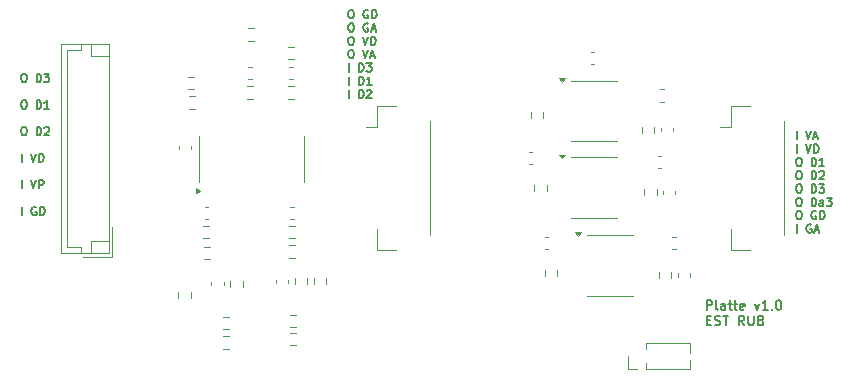
<source format=gbr>
%TF.GenerationSoftware,KiCad,Pcbnew,8.0.4*%
%TF.CreationDate,2024-11-05T13:43:52+01:00*%
%TF.ProjectId,Nutzen,4e75747a-656e-42e6-9b69-6361645f7063,rev?*%
%TF.SameCoordinates,PX791ddc0PY78a3ca0*%
%TF.FileFunction,Legend,Top*%
%TF.FilePolarity,Positive*%
%FSLAX46Y46*%
G04 Gerber Fmt 4.6, Leading zero omitted, Abs format (unit mm)*
G04 Created by KiCad (PCBNEW 8.0.4) date 2024-11-05 13:43:52*
%MOMM*%
%LPD*%
G01*
G04 APERTURE LIST*
%ADD10C,0.150000*%
%ADD11C,0.175000*%
%ADD12C,0.200000*%
%ADD13C,0.120000*%
G04 APERTURE END LIST*
D10*
X28298684Y30255233D02*
X28432017Y30255233D01*
X28432017Y30255233D02*
X28498684Y30221900D01*
X28498684Y30221900D02*
X28565350Y30155233D01*
X28565350Y30155233D02*
X28598684Y30021900D01*
X28598684Y30021900D02*
X28598684Y29788566D01*
X28598684Y29788566D02*
X28565350Y29655233D01*
X28565350Y29655233D02*
X28498684Y29588566D01*
X28498684Y29588566D02*
X28432017Y29555233D01*
X28432017Y29555233D02*
X28298684Y29555233D01*
X28298684Y29555233D02*
X28232017Y29588566D01*
X28232017Y29588566D02*
X28165350Y29655233D01*
X28165350Y29655233D02*
X28132017Y29788566D01*
X28132017Y29788566D02*
X28132017Y30021900D01*
X28132017Y30021900D02*
X28165350Y30155233D01*
X28165350Y30155233D02*
X28232017Y30221900D01*
X28232017Y30221900D02*
X28298684Y30255233D01*
X29798683Y30221900D02*
X29732016Y30255233D01*
X29732016Y30255233D02*
X29632016Y30255233D01*
X29632016Y30255233D02*
X29532016Y30221900D01*
X29532016Y30221900D02*
X29465350Y30155233D01*
X29465350Y30155233D02*
X29432016Y30088566D01*
X29432016Y30088566D02*
X29398683Y29955233D01*
X29398683Y29955233D02*
X29398683Y29855233D01*
X29398683Y29855233D02*
X29432016Y29721900D01*
X29432016Y29721900D02*
X29465350Y29655233D01*
X29465350Y29655233D02*
X29532016Y29588566D01*
X29532016Y29588566D02*
X29632016Y29555233D01*
X29632016Y29555233D02*
X29698683Y29555233D01*
X29698683Y29555233D02*
X29798683Y29588566D01*
X29798683Y29588566D02*
X29832016Y29621900D01*
X29832016Y29621900D02*
X29832016Y29855233D01*
X29832016Y29855233D02*
X29698683Y29855233D01*
X30132016Y29555233D02*
X30132016Y30255233D01*
X30132016Y30255233D02*
X30298683Y30255233D01*
X30298683Y30255233D02*
X30398683Y30221900D01*
X30398683Y30221900D02*
X30465350Y30155233D01*
X30465350Y30155233D02*
X30498683Y30088566D01*
X30498683Y30088566D02*
X30532016Y29955233D01*
X30532016Y29955233D02*
X30532016Y29855233D01*
X30532016Y29855233D02*
X30498683Y29721900D01*
X30498683Y29721900D02*
X30465350Y29655233D01*
X30465350Y29655233D02*
X30398683Y29588566D01*
X30398683Y29588566D02*
X30298683Y29555233D01*
X30298683Y29555233D02*
X30132016Y29555233D01*
X28298684Y29128272D02*
X28432017Y29128272D01*
X28432017Y29128272D02*
X28498684Y29094939D01*
X28498684Y29094939D02*
X28565350Y29028272D01*
X28565350Y29028272D02*
X28598684Y28894939D01*
X28598684Y28894939D02*
X28598684Y28661605D01*
X28598684Y28661605D02*
X28565350Y28528272D01*
X28565350Y28528272D02*
X28498684Y28461605D01*
X28498684Y28461605D02*
X28432017Y28428272D01*
X28432017Y28428272D02*
X28298684Y28428272D01*
X28298684Y28428272D02*
X28232017Y28461605D01*
X28232017Y28461605D02*
X28165350Y28528272D01*
X28165350Y28528272D02*
X28132017Y28661605D01*
X28132017Y28661605D02*
X28132017Y28894939D01*
X28132017Y28894939D02*
X28165350Y29028272D01*
X28165350Y29028272D02*
X28232017Y29094939D01*
X28232017Y29094939D02*
X28298684Y29128272D01*
X29798683Y29094939D02*
X29732016Y29128272D01*
X29732016Y29128272D02*
X29632016Y29128272D01*
X29632016Y29128272D02*
X29532016Y29094939D01*
X29532016Y29094939D02*
X29465350Y29028272D01*
X29465350Y29028272D02*
X29432016Y28961605D01*
X29432016Y28961605D02*
X29398683Y28828272D01*
X29398683Y28828272D02*
X29398683Y28728272D01*
X29398683Y28728272D02*
X29432016Y28594939D01*
X29432016Y28594939D02*
X29465350Y28528272D01*
X29465350Y28528272D02*
X29532016Y28461605D01*
X29532016Y28461605D02*
X29632016Y28428272D01*
X29632016Y28428272D02*
X29698683Y28428272D01*
X29698683Y28428272D02*
X29798683Y28461605D01*
X29798683Y28461605D02*
X29832016Y28494939D01*
X29832016Y28494939D02*
X29832016Y28728272D01*
X29832016Y28728272D02*
X29698683Y28728272D01*
X30098683Y28628272D02*
X30432016Y28628272D01*
X30032016Y28428272D02*
X30265350Y29128272D01*
X30265350Y29128272D02*
X30498683Y28428272D01*
X28298684Y28001311D02*
X28432017Y28001311D01*
X28432017Y28001311D02*
X28498684Y27967978D01*
X28498684Y27967978D02*
X28565350Y27901311D01*
X28565350Y27901311D02*
X28598684Y27767978D01*
X28598684Y27767978D02*
X28598684Y27534644D01*
X28598684Y27534644D02*
X28565350Y27401311D01*
X28565350Y27401311D02*
X28498684Y27334644D01*
X28498684Y27334644D02*
X28432017Y27301311D01*
X28432017Y27301311D02*
X28298684Y27301311D01*
X28298684Y27301311D02*
X28232017Y27334644D01*
X28232017Y27334644D02*
X28165350Y27401311D01*
X28165350Y27401311D02*
X28132017Y27534644D01*
X28132017Y27534644D02*
X28132017Y27767978D01*
X28132017Y27767978D02*
X28165350Y27901311D01*
X28165350Y27901311D02*
X28232017Y27967978D01*
X28232017Y27967978D02*
X28298684Y28001311D01*
X29332016Y28001311D02*
X29565350Y27301311D01*
X29565350Y27301311D02*
X29798683Y28001311D01*
X30032016Y27301311D02*
X30032016Y28001311D01*
X30032016Y28001311D02*
X30198683Y28001311D01*
X30198683Y28001311D02*
X30298683Y27967978D01*
X30298683Y27967978D02*
X30365350Y27901311D01*
X30365350Y27901311D02*
X30398683Y27834644D01*
X30398683Y27834644D02*
X30432016Y27701311D01*
X30432016Y27701311D02*
X30432016Y27601311D01*
X30432016Y27601311D02*
X30398683Y27467978D01*
X30398683Y27467978D02*
X30365350Y27401311D01*
X30365350Y27401311D02*
X30298683Y27334644D01*
X30298683Y27334644D02*
X30198683Y27301311D01*
X30198683Y27301311D02*
X30032016Y27301311D01*
X28298684Y26874350D02*
X28432017Y26874350D01*
X28432017Y26874350D02*
X28498684Y26841017D01*
X28498684Y26841017D02*
X28565350Y26774350D01*
X28565350Y26774350D02*
X28598684Y26641017D01*
X28598684Y26641017D02*
X28598684Y26407683D01*
X28598684Y26407683D02*
X28565350Y26274350D01*
X28565350Y26274350D02*
X28498684Y26207683D01*
X28498684Y26207683D02*
X28432017Y26174350D01*
X28432017Y26174350D02*
X28298684Y26174350D01*
X28298684Y26174350D02*
X28232017Y26207683D01*
X28232017Y26207683D02*
X28165350Y26274350D01*
X28165350Y26274350D02*
X28132017Y26407683D01*
X28132017Y26407683D02*
X28132017Y26641017D01*
X28132017Y26641017D02*
X28165350Y26774350D01*
X28165350Y26774350D02*
X28232017Y26841017D01*
X28232017Y26841017D02*
X28298684Y26874350D01*
X29332016Y26874350D02*
X29565350Y26174350D01*
X29565350Y26174350D02*
X29798683Y26874350D01*
X29998683Y26374350D02*
X30332016Y26374350D01*
X29932016Y26174350D02*
X30165350Y26874350D01*
X30165350Y26874350D02*
X30398683Y26174350D01*
X28165350Y25047389D02*
X28165350Y25747389D01*
X29032016Y25047389D02*
X29032016Y25747389D01*
X29032016Y25747389D02*
X29198683Y25747389D01*
X29198683Y25747389D02*
X29298683Y25714056D01*
X29298683Y25714056D02*
X29365350Y25647389D01*
X29365350Y25647389D02*
X29398683Y25580722D01*
X29398683Y25580722D02*
X29432016Y25447389D01*
X29432016Y25447389D02*
X29432016Y25347389D01*
X29432016Y25347389D02*
X29398683Y25214056D01*
X29398683Y25214056D02*
X29365350Y25147389D01*
X29365350Y25147389D02*
X29298683Y25080722D01*
X29298683Y25080722D02*
X29198683Y25047389D01*
X29198683Y25047389D02*
X29032016Y25047389D01*
X29665350Y25747389D02*
X30098683Y25747389D01*
X30098683Y25747389D02*
X29865350Y25480722D01*
X29865350Y25480722D02*
X29965350Y25480722D01*
X29965350Y25480722D02*
X30032016Y25447389D01*
X30032016Y25447389D02*
X30065350Y25414056D01*
X30065350Y25414056D02*
X30098683Y25347389D01*
X30098683Y25347389D02*
X30098683Y25180722D01*
X30098683Y25180722D02*
X30065350Y25114056D01*
X30065350Y25114056D02*
X30032016Y25080722D01*
X30032016Y25080722D02*
X29965350Y25047389D01*
X29965350Y25047389D02*
X29765350Y25047389D01*
X29765350Y25047389D02*
X29698683Y25080722D01*
X29698683Y25080722D02*
X29665350Y25114056D01*
X28165350Y23920428D02*
X28165350Y24620428D01*
X29032016Y23920428D02*
X29032016Y24620428D01*
X29032016Y24620428D02*
X29198683Y24620428D01*
X29198683Y24620428D02*
X29298683Y24587095D01*
X29298683Y24587095D02*
X29365350Y24520428D01*
X29365350Y24520428D02*
X29398683Y24453761D01*
X29398683Y24453761D02*
X29432016Y24320428D01*
X29432016Y24320428D02*
X29432016Y24220428D01*
X29432016Y24220428D02*
X29398683Y24087095D01*
X29398683Y24087095D02*
X29365350Y24020428D01*
X29365350Y24020428D02*
X29298683Y23953761D01*
X29298683Y23953761D02*
X29198683Y23920428D01*
X29198683Y23920428D02*
X29032016Y23920428D01*
X30098683Y23920428D02*
X29698683Y23920428D01*
X29898683Y23920428D02*
X29898683Y24620428D01*
X29898683Y24620428D02*
X29832016Y24520428D01*
X29832016Y24520428D02*
X29765350Y24453761D01*
X29765350Y24453761D02*
X29698683Y24420428D01*
X28165350Y22793467D02*
X28165350Y23493467D01*
X29032016Y22793467D02*
X29032016Y23493467D01*
X29032016Y23493467D02*
X29198683Y23493467D01*
X29198683Y23493467D02*
X29298683Y23460134D01*
X29298683Y23460134D02*
X29365350Y23393467D01*
X29365350Y23393467D02*
X29398683Y23326800D01*
X29398683Y23326800D02*
X29432016Y23193467D01*
X29432016Y23193467D02*
X29432016Y23093467D01*
X29432016Y23093467D02*
X29398683Y22960134D01*
X29398683Y22960134D02*
X29365350Y22893467D01*
X29365350Y22893467D02*
X29298683Y22826800D01*
X29298683Y22826800D02*
X29198683Y22793467D01*
X29198683Y22793467D02*
X29032016Y22793467D01*
X29698683Y23426800D02*
X29732016Y23460134D01*
X29732016Y23460134D02*
X29798683Y23493467D01*
X29798683Y23493467D02*
X29965350Y23493467D01*
X29965350Y23493467D02*
X30032016Y23460134D01*
X30032016Y23460134D02*
X30065350Y23426800D01*
X30065350Y23426800D02*
X30098683Y23360134D01*
X30098683Y23360134D02*
X30098683Y23293467D01*
X30098683Y23293467D02*
X30065350Y23193467D01*
X30065350Y23193467D02*
X29665350Y22793467D01*
X29665350Y22793467D02*
X30098683Y22793467D01*
X598684Y24863077D02*
X732017Y24863077D01*
X732017Y24863077D02*
X798684Y24829744D01*
X798684Y24829744D02*
X865350Y24763077D01*
X865350Y24763077D02*
X898684Y24629744D01*
X898684Y24629744D02*
X898684Y24396410D01*
X898684Y24396410D02*
X865350Y24263077D01*
X865350Y24263077D02*
X798684Y24196410D01*
X798684Y24196410D02*
X732017Y24163077D01*
X732017Y24163077D02*
X598684Y24163077D01*
X598684Y24163077D02*
X532017Y24196410D01*
X532017Y24196410D02*
X465350Y24263077D01*
X465350Y24263077D02*
X432017Y24396410D01*
X432017Y24396410D02*
X432017Y24629744D01*
X432017Y24629744D02*
X465350Y24763077D01*
X465350Y24763077D02*
X532017Y24829744D01*
X532017Y24829744D02*
X598684Y24863077D01*
X1732016Y24163077D02*
X1732016Y24863077D01*
X1732016Y24863077D02*
X1898683Y24863077D01*
X1898683Y24863077D02*
X1998683Y24829744D01*
X1998683Y24829744D02*
X2065350Y24763077D01*
X2065350Y24763077D02*
X2098683Y24696410D01*
X2098683Y24696410D02*
X2132016Y24563077D01*
X2132016Y24563077D02*
X2132016Y24463077D01*
X2132016Y24463077D02*
X2098683Y24329744D01*
X2098683Y24329744D02*
X2065350Y24263077D01*
X2065350Y24263077D02*
X1998683Y24196410D01*
X1998683Y24196410D02*
X1898683Y24163077D01*
X1898683Y24163077D02*
X1732016Y24163077D01*
X2365350Y24863077D02*
X2798683Y24863077D01*
X2798683Y24863077D02*
X2565350Y24596410D01*
X2565350Y24596410D02*
X2665350Y24596410D01*
X2665350Y24596410D02*
X2732016Y24563077D01*
X2732016Y24563077D02*
X2765350Y24529744D01*
X2765350Y24529744D02*
X2798683Y24463077D01*
X2798683Y24463077D02*
X2798683Y24296410D01*
X2798683Y24296410D02*
X2765350Y24229744D01*
X2765350Y24229744D02*
X2732016Y24196410D01*
X2732016Y24196410D02*
X2665350Y24163077D01*
X2665350Y24163077D02*
X2465350Y24163077D01*
X2465350Y24163077D02*
X2398683Y24196410D01*
X2398683Y24196410D02*
X2365350Y24229744D01*
X598684Y22609155D02*
X732017Y22609155D01*
X732017Y22609155D02*
X798684Y22575822D01*
X798684Y22575822D02*
X865350Y22509155D01*
X865350Y22509155D02*
X898684Y22375822D01*
X898684Y22375822D02*
X898684Y22142488D01*
X898684Y22142488D02*
X865350Y22009155D01*
X865350Y22009155D02*
X798684Y21942488D01*
X798684Y21942488D02*
X732017Y21909155D01*
X732017Y21909155D02*
X598684Y21909155D01*
X598684Y21909155D02*
X532017Y21942488D01*
X532017Y21942488D02*
X465350Y22009155D01*
X465350Y22009155D02*
X432017Y22142488D01*
X432017Y22142488D02*
X432017Y22375822D01*
X432017Y22375822D02*
X465350Y22509155D01*
X465350Y22509155D02*
X532017Y22575822D01*
X532017Y22575822D02*
X598684Y22609155D01*
X1732016Y21909155D02*
X1732016Y22609155D01*
X1732016Y22609155D02*
X1898683Y22609155D01*
X1898683Y22609155D02*
X1998683Y22575822D01*
X1998683Y22575822D02*
X2065350Y22509155D01*
X2065350Y22509155D02*
X2098683Y22442488D01*
X2098683Y22442488D02*
X2132016Y22309155D01*
X2132016Y22309155D02*
X2132016Y22209155D01*
X2132016Y22209155D02*
X2098683Y22075822D01*
X2098683Y22075822D02*
X2065350Y22009155D01*
X2065350Y22009155D02*
X1998683Y21942488D01*
X1998683Y21942488D02*
X1898683Y21909155D01*
X1898683Y21909155D02*
X1732016Y21909155D01*
X2798683Y21909155D02*
X2398683Y21909155D01*
X2598683Y21909155D02*
X2598683Y22609155D01*
X2598683Y22609155D02*
X2532016Y22509155D01*
X2532016Y22509155D02*
X2465350Y22442488D01*
X2465350Y22442488D02*
X2398683Y22409155D01*
X598684Y20355233D02*
X732017Y20355233D01*
X732017Y20355233D02*
X798684Y20321900D01*
X798684Y20321900D02*
X865350Y20255233D01*
X865350Y20255233D02*
X898684Y20121900D01*
X898684Y20121900D02*
X898684Y19888566D01*
X898684Y19888566D02*
X865350Y19755233D01*
X865350Y19755233D02*
X798684Y19688566D01*
X798684Y19688566D02*
X732017Y19655233D01*
X732017Y19655233D02*
X598684Y19655233D01*
X598684Y19655233D02*
X532017Y19688566D01*
X532017Y19688566D02*
X465350Y19755233D01*
X465350Y19755233D02*
X432017Y19888566D01*
X432017Y19888566D02*
X432017Y20121900D01*
X432017Y20121900D02*
X465350Y20255233D01*
X465350Y20255233D02*
X532017Y20321900D01*
X532017Y20321900D02*
X598684Y20355233D01*
X1732016Y19655233D02*
X1732016Y20355233D01*
X1732016Y20355233D02*
X1898683Y20355233D01*
X1898683Y20355233D02*
X1998683Y20321900D01*
X1998683Y20321900D02*
X2065350Y20255233D01*
X2065350Y20255233D02*
X2098683Y20188566D01*
X2098683Y20188566D02*
X2132016Y20055233D01*
X2132016Y20055233D02*
X2132016Y19955233D01*
X2132016Y19955233D02*
X2098683Y19821900D01*
X2098683Y19821900D02*
X2065350Y19755233D01*
X2065350Y19755233D02*
X1998683Y19688566D01*
X1998683Y19688566D02*
X1898683Y19655233D01*
X1898683Y19655233D02*
X1732016Y19655233D01*
X2398683Y20288566D02*
X2432016Y20321900D01*
X2432016Y20321900D02*
X2498683Y20355233D01*
X2498683Y20355233D02*
X2665350Y20355233D01*
X2665350Y20355233D02*
X2732016Y20321900D01*
X2732016Y20321900D02*
X2765350Y20288566D01*
X2765350Y20288566D02*
X2798683Y20221900D01*
X2798683Y20221900D02*
X2798683Y20155233D01*
X2798683Y20155233D02*
X2765350Y20055233D01*
X2765350Y20055233D02*
X2365350Y19655233D01*
X2365350Y19655233D02*
X2798683Y19655233D01*
X465350Y17401311D02*
X465350Y18101311D01*
X1232016Y18101311D02*
X1465350Y17401311D01*
X1465350Y17401311D02*
X1698683Y18101311D01*
X1932016Y17401311D02*
X1932016Y18101311D01*
X1932016Y18101311D02*
X2098683Y18101311D01*
X2098683Y18101311D02*
X2198683Y18067978D01*
X2198683Y18067978D02*
X2265350Y18001311D01*
X2265350Y18001311D02*
X2298683Y17934644D01*
X2298683Y17934644D02*
X2332016Y17801311D01*
X2332016Y17801311D02*
X2332016Y17701311D01*
X2332016Y17701311D02*
X2298683Y17567978D01*
X2298683Y17567978D02*
X2265350Y17501311D01*
X2265350Y17501311D02*
X2198683Y17434644D01*
X2198683Y17434644D02*
X2098683Y17401311D01*
X2098683Y17401311D02*
X1932016Y17401311D01*
X465350Y15147389D02*
X465350Y15847389D01*
X1232016Y15847389D02*
X1465350Y15147389D01*
X1465350Y15147389D02*
X1698683Y15847389D01*
X1932016Y15147389D02*
X1932016Y15847389D01*
X1932016Y15847389D02*
X2198683Y15847389D01*
X2198683Y15847389D02*
X2265350Y15814056D01*
X2265350Y15814056D02*
X2298683Y15780722D01*
X2298683Y15780722D02*
X2332016Y15714056D01*
X2332016Y15714056D02*
X2332016Y15614056D01*
X2332016Y15614056D02*
X2298683Y15547389D01*
X2298683Y15547389D02*
X2265350Y15514056D01*
X2265350Y15514056D02*
X2198683Y15480722D01*
X2198683Y15480722D02*
X1932016Y15480722D01*
X465350Y12893467D02*
X465350Y13593467D01*
X1698683Y13560134D02*
X1632016Y13593467D01*
X1632016Y13593467D02*
X1532016Y13593467D01*
X1532016Y13593467D02*
X1432016Y13560134D01*
X1432016Y13560134D02*
X1365350Y13493467D01*
X1365350Y13493467D02*
X1332016Y13426800D01*
X1332016Y13426800D02*
X1298683Y13293467D01*
X1298683Y13293467D02*
X1298683Y13193467D01*
X1298683Y13193467D02*
X1332016Y13060134D01*
X1332016Y13060134D02*
X1365350Y12993467D01*
X1365350Y12993467D02*
X1432016Y12926800D01*
X1432016Y12926800D02*
X1532016Y12893467D01*
X1532016Y12893467D02*
X1598683Y12893467D01*
X1598683Y12893467D02*
X1698683Y12926800D01*
X1698683Y12926800D02*
X1732016Y12960134D01*
X1732016Y12960134D02*
X1732016Y13193467D01*
X1732016Y13193467D02*
X1598683Y13193467D01*
X2032016Y12893467D02*
X2032016Y13593467D01*
X2032016Y13593467D02*
X2198683Y13593467D01*
X2198683Y13593467D02*
X2298683Y13560134D01*
X2298683Y13560134D02*
X2365350Y13493467D01*
X2365350Y13493467D02*
X2398683Y13426800D01*
X2398683Y13426800D02*
X2432016Y13293467D01*
X2432016Y13293467D02*
X2432016Y13193467D01*
X2432016Y13193467D02*
X2398683Y13060134D01*
X2398683Y13060134D02*
X2365350Y12993467D01*
X2365350Y12993467D02*
X2298683Y12926800D01*
X2298683Y12926800D02*
X2198683Y12893467D01*
X2198683Y12893467D02*
X2032016Y12893467D01*
D11*
X66081527Y19303494D02*
X66081527Y20003494D01*
X66848193Y20003494D02*
X67081527Y19303494D01*
X67081527Y19303494D02*
X67314860Y20003494D01*
X67514860Y19503494D02*
X67848193Y19503494D01*
X67448193Y19303494D02*
X67681527Y20003494D01*
X67681527Y20003494D02*
X67914860Y19303494D01*
X66081527Y18176533D02*
X66081527Y18876533D01*
X66848193Y18876533D02*
X67081527Y18176533D01*
X67081527Y18176533D02*
X67314860Y18876533D01*
X67548193Y18176533D02*
X67548193Y18876533D01*
X67548193Y18876533D02*
X67714860Y18876533D01*
X67714860Y18876533D02*
X67814860Y18843200D01*
X67814860Y18843200D02*
X67881527Y18776533D01*
X67881527Y18776533D02*
X67914860Y18709866D01*
X67914860Y18709866D02*
X67948193Y18576533D01*
X67948193Y18576533D02*
X67948193Y18476533D01*
X67948193Y18476533D02*
X67914860Y18343200D01*
X67914860Y18343200D02*
X67881527Y18276533D01*
X67881527Y18276533D02*
X67814860Y18209866D01*
X67814860Y18209866D02*
X67714860Y18176533D01*
X67714860Y18176533D02*
X67548193Y18176533D01*
X66214861Y17749572D02*
X66348194Y17749572D01*
X66348194Y17749572D02*
X66414861Y17716239D01*
X66414861Y17716239D02*
X66481527Y17649572D01*
X66481527Y17649572D02*
X66514861Y17516239D01*
X66514861Y17516239D02*
X66514861Y17282905D01*
X66514861Y17282905D02*
X66481527Y17149572D01*
X66481527Y17149572D02*
X66414861Y17082905D01*
X66414861Y17082905D02*
X66348194Y17049572D01*
X66348194Y17049572D02*
X66214861Y17049572D01*
X66214861Y17049572D02*
X66148194Y17082905D01*
X66148194Y17082905D02*
X66081527Y17149572D01*
X66081527Y17149572D02*
X66048194Y17282905D01*
X66048194Y17282905D02*
X66048194Y17516239D01*
X66048194Y17516239D02*
X66081527Y17649572D01*
X66081527Y17649572D02*
X66148194Y17716239D01*
X66148194Y17716239D02*
X66214861Y17749572D01*
X67348193Y17049572D02*
X67348193Y17749572D01*
X67348193Y17749572D02*
X67514860Y17749572D01*
X67514860Y17749572D02*
X67614860Y17716239D01*
X67614860Y17716239D02*
X67681527Y17649572D01*
X67681527Y17649572D02*
X67714860Y17582905D01*
X67714860Y17582905D02*
X67748193Y17449572D01*
X67748193Y17449572D02*
X67748193Y17349572D01*
X67748193Y17349572D02*
X67714860Y17216239D01*
X67714860Y17216239D02*
X67681527Y17149572D01*
X67681527Y17149572D02*
X67614860Y17082905D01*
X67614860Y17082905D02*
X67514860Y17049572D01*
X67514860Y17049572D02*
X67348193Y17049572D01*
X68414860Y17049572D02*
X68014860Y17049572D01*
X68214860Y17049572D02*
X68214860Y17749572D01*
X68214860Y17749572D02*
X68148193Y17649572D01*
X68148193Y17649572D02*
X68081527Y17582905D01*
X68081527Y17582905D02*
X68014860Y17549572D01*
X66214861Y16622611D02*
X66348194Y16622611D01*
X66348194Y16622611D02*
X66414861Y16589278D01*
X66414861Y16589278D02*
X66481527Y16522611D01*
X66481527Y16522611D02*
X66514861Y16389278D01*
X66514861Y16389278D02*
X66514861Y16155944D01*
X66514861Y16155944D02*
X66481527Y16022611D01*
X66481527Y16022611D02*
X66414861Y15955944D01*
X66414861Y15955944D02*
X66348194Y15922611D01*
X66348194Y15922611D02*
X66214861Y15922611D01*
X66214861Y15922611D02*
X66148194Y15955944D01*
X66148194Y15955944D02*
X66081527Y16022611D01*
X66081527Y16022611D02*
X66048194Y16155944D01*
X66048194Y16155944D02*
X66048194Y16389278D01*
X66048194Y16389278D02*
X66081527Y16522611D01*
X66081527Y16522611D02*
X66148194Y16589278D01*
X66148194Y16589278D02*
X66214861Y16622611D01*
X67348193Y15922611D02*
X67348193Y16622611D01*
X67348193Y16622611D02*
X67514860Y16622611D01*
X67514860Y16622611D02*
X67614860Y16589278D01*
X67614860Y16589278D02*
X67681527Y16522611D01*
X67681527Y16522611D02*
X67714860Y16455944D01*
X67714860Y16455944D02*
X67748193Y16322611D01*
X67748193Y16322611D02*
X67748193Y16222611D01*
X67748193Y16222611D02*
X67714860Y16089278D01*
X67714860Y16089278D02*
X67681527Y16022611D01*
X67681527Y16022611D02*
X67614860Y15955944D01*
X67614860Y15955944D02*
X67514860Y15922611D01*
X67514860Y15922611D02*
X67348193Y15922611D01*
X68014860Y16555944D02*
X68048193Y16589278D01*
X68048193Y16589278D02*
X68114860Y16622611D01*
X68114860Y16622611D02*
X68281527Y16622611D01*
X68281527Y16622611D02*
X68348193Y16589278D01*
X68348193Y16589278D02*
X68381527Y16555944D01*
X68381527Y16555944D02*
X68414860Y16489278D01*
X68414860Y16489278D02*
X68414860Y16422611D01*
X68414860Y16422611D02*
X68381527Y16322611D01*
X68381527Y16322611D02*
X67981527Y15922611D01*
X67981527Y15922611D02*
X68414860Y15922611D01*
X66214861Y15495650D02*
X66348194Y15495650D01*
X66348194Y15495650D02*
X66414861Y15462317D01*
X66414861Y15462317D02*
X66481527Y15395650D01*
X66481527Y15395650D02*
X66514861Y15262317D01*
X66514861Y15262317D02*
X66514861Y15028983D01*
X66514861Y15028983D02*
X66481527Y14895650D01*
X66481527Y14895650D02*
X66414861Y14828983D01*
X66414861Y14828983D02*
X66348194Y14795650D01*
X66348194Y14795650D02*
X66214861Y14795650D01*
X66214861Y14795650D02*
X66148194Y14828983D01*
X66148194Y14828983D02*
X66081527Y14895650D01*
X66081527Y14895650D02*
X66048194Y15028983D01*
X66048194Y15028983D02*
X66048194Y15262317D01*
X66048194Y15262317D02*
X66081527Y15395650D01*
X66081527Y15395650D02*
X66148194Y15462317D01*
X66148194Y15462317D02*
X66214861Y15495650D01*
X67348193Y14795650D02*
X67348193Y15495650D01*
X67348193Y15495650D02*
X67514860Y15495650D01*
X67514860Y15495650D02*
X67614860Y15462317D01*
X67614860Y15462317D02*
X67681527Y15395650D01*
X67681527Y15395650D02*
X67714860Y15328983D01*
X67714860Y15328983D02*
X67748193Y15195650D01*
X67748193Y15195650D02*
X67748193Y15095650D01*
X67748193Y15095650D02*
X67714860Y14962317D01*
X67714860Y14962317D02*
X67681527Y14895650D01*
X67681527Y14895650D02*
X67614860Y14828983D01*
X67614860Y14828983D02*
X67514860Y14795650D01*
X67514860Y14795650D02*
X67348193Y14795650D01*
X67981527Y15495650D02*
X68414860Y15495650D01*
X68414860Y15495650D02*
X68181527Y15228983D01*
X68181527Y15228983D02*
X68281527Y15228983D01*
X68281527Y15228983D02*
X68348193Y15195650D01*
X68348193Y15195650D02*
X68381527Y15162317D01*
X68381527Y15162317D02*
X68414860Y15095650D01*
X68414860Y15095650D02*
X68414860Y14928983D01*
X68414860Y14928983D02*
X68381527Y14862317D01*
X68381527Y14862317D02*
X68348193Y14828983D01*
X68348193Y14828983D02*
X68281527Y14795650D01*
X68281527Y14795650D02*
X68081527Y14795650D01*
X68081527Y14795650D02*
X68014860Y14828983D01*
X68014860Y14828983D02*
X67981527Y14862317D01*
X66214861Y14368689D02*
X66348194Y14368689D01*
X66348194Y14368689D02*
X66414861Y14335356D01*
X66414861Y14335356D02*
X66481527Y14268689D01*
X66481527Y14268689D02*
X66514861Y14135356D01*
X66514861Y14135356D02*
X66514861Y13902022D01*
X66514861Y13902022D02*
X66481527Y13768689D01*
X66481527Y13768689D02*
X66414861Y13702022D01*
X66414861Y13702022D02*
X66348194Y13668689D01*
X66348194Y13668689D02*
X66214861Y13668689D01*
X66214861Y13668689D02*
X66148194Y13702022D01*
X66148194Y13702022D02*
X66081527Y13768689D01*
X66081527Y13768689D02*
X66048194Y13902022D01*
X66048194Y13902022D02*
X66048194Y14135356D01*
X66048194Y14135356D02*
X66081527Y14268689D01*
X66081527Y14268689D02*
X66148194Y14335356D01*
X66148194Y14335356D02*
X66214861Y14368689D01*
X67348193Y13668689D02*
X67348193Y14368689D01*
X67348193Y14368689D02*
X67514860Y14368689D01*
X67514860Y14368689D02*
X67614860Y14335356D01*
X67614860Y14335356D02*
X67681527Y14268689D01*
X67681527Y14268689D02*
X67714860Y14202022D01*
X67714860Y14202022D02*
X67748193Y14068689D01*
X67748193Y14068689D02*
X67748193Y13968689D01*
X67748193Y13968689D02*
X67714860Y13835356D01*
X67714860Y13835356D02*
X67681527Y13768689D01*
X67681527Y13768689D02*
X67614860Y13702022D01*
X67614860Y13702022D02*
X67514860Y13668689D01*
X67514860Y13668689D02*
X67348193Y13668689D01*
X68348193Y13668689D02*
X68348193Y14035356D01*
X68348193Y14035356D02*
X68314860Y14102022D01*
X68314860Y14102022D02*
X68248193Y14135356D01*
X68248193Y14135356D02*
X68114860Y14135356D01*
X68114860Y14135356D02*
X68048193Y14102022D01*
X68348193Y13702022D02*
X68281527Y13668689D01*
X68281527Y13668689D02*
X68114860Y13668689D01*
X68114860Y13668689D02*
X68048193Y13702022D01*
X68048193Y13702022D02*
X68014860Y13768689D01*
X68014860Y13768689D02*
X68014860Y13835356D01*
X68014860Y13835356D02*
X68048193Y13902022D01*
X68048193Y13902022D02*
X68114860Y13935356D01*
X68114860Y13935356D02*
X68281527Y13935356D01*
X68281527Y13935356D02*
X68348193Y13968689D01*
X68614860Y14368689D02*
X69048193Y14368689D01*
X69048193Y14368689D02*
X68814860Y14102022D01*
X68814860Y14102022D02*
X68914860Y14102022D01*
X68914860Y14102022D02*
X68981526Y14068689D01*
X68981526Y14068689D02*
X69014860Y14035356D01*
X69014860Y14035356D02*
X69048193Y13968689D01*
X69048193Y13968689D02*
X69048193Y13802022D01*
X69048193Y13802022D02*
X69014860Y13735356D01*
X69014860Y13735356D02*
X68981526Y13702022D01*
X68981526Y13702022D02*
X68914860Y13668689D01*
X68914860Y13668689D02*
X68714860Y13668689D01*
X68714860Y13668689D02*
X68648193Y13702022D01*
X68648193Y13702022D02*
X68614860Y13735356D01*
X66214861Y13241728D02*
X66348194Y13241728D01*
X66348194Y13241728D02*
X66414861Y13208395D01*
X66414861Y13208395D02*
X66481527Y13141728D01*
X66481527Y13141728D02*
X66514861Y13008395D01*
X66514861Y13008395D02*
X66514861Y12775061D01*
X66514861Y12775061D02*
X66481527Y12641728D01*
X66481527Y12641728D02*
X66414861Y12575061D01*
X66414861Y12575061D02*
X66348194Y12541728D01*
X66348194Y12541728D02*
X66214861Y12541728D01*
X66214861Y12541728D02*
X66148194Y12575061D01*
X66148194Y12575061D02*
X66081527Y12641728D01*
X66081527Y12641728D02*
X66048194Y12775061D01*
X66048194Y12775061D02*
X66048194Y13008395D01*
X66048194Y13008395D02*
X66081527Y13141728D01*
X66081527Y13141728D02*
X66148194Y13208395D01*
X66148194Y13208395D02*
X66214861Y13241728D01*
X67714860Y13208395D02*
X67648193Y13241728D01*
X67648193Y13241728D02*
X67548193Y13241728D01*
X67548193Y13241728D02*
X67448193Y13208395D01*
X67448193Y13208395D02*
X67381527Y13141728D01*
X67381527Y13141728D02*
X67348193Y13075061D01*
X67348193Y13075061D02*
X67314860Y12941728D01*
X67314860Y12941728D02*
X67314860Y12841728D01*
X67314860Y12841728D02*
X67348193Y12708395D01*
X67348193Y12708395D02*
X67381527Y12641728D01*
X67381527Y12641728D02*
X67448193Y12575061D01*
X67448193Y12575061D02*
X67548193Y12541728D01*
X67548193Y12541728D02*
X67614860Y12541728D01*
X67614860Y12541728D02*
X67714860Y12575061D01*
X67714860Y12575061D02*
X67748193Y12608395D01*
X67748193Y12608395D02*
X67748193Y12841728D01*
X67748193Y12841728D02*
X67614860Y12841728D01*
X68048193Y12541728D02*
X68048193Y13241728D01*
X68048193Y13241728D02*
X68214860Y13241728D01*
X68214860Y13241728D02*
X68314860Y13208395D01*
X68314860Y13208395D02*
X68381527Y13141728D01*
X68381527Y13141728D02*
X68414860Y13075061D01*
X68414860Y13075061D02*
X68448193Y12941728D01*
X68448193Y12941728D02*
X68448193Y12841728D01*
X68448193Y12841728D02*
X68414860Y12708395D01*
X68414860Y12708395D02*
X68381527Y12641728D01*
X68381527Y12641728D02*
X68314860Y12575061D01*
X68314860Y12575061D02*
X68214860Y12541728D01*
X68214860Y12541728D02*
X68048193Y12541728D01*
X66081527Y11414767D02*
X66081527Y12114767D01*
X67314860Y12081434D02*
X67248193Y12114767D01*
X67248193Y12114767D02*
X67148193Y12114767D01*
X67148193Y12114767D02*
X67048193Y12081434D01*
X67048193Y12081434D02*
X66981527Y12014767D01*
X66981527Y12014767D02*
X66948193Y11948100D01*
X66948193Y11948100D02*
X66914860Y11814767D01*
X66914860Y11814767D02*
X66914860Y11714767D01*
X66914860Y11714767D02*
X66948193Y11581434D01*
X66948193Y11581434D02*
X66981527Y11514767D01*
X66981527Y11514767D02*
X67048193Y11448100D01*
X67048193Y11448100D02*
X67148193Y11414767D01*
X67148193Y11414767D02*
X67214860Y11414767D01*
X67214860Y11414767D02*
X67314860Y11448100D01*
X67314860Y11448100D02*
X67348193Y11481434D01*
X67348193Y11481434D02*
X67348193Y11714767D01*
X67348193Y11714767D02*
X67214860Y11714767D01*
X67614860Y11614767D02*
X67948193Y11614767D01*
X67548193Y11414767D02*
X67781527Y12114767D01*
X67781527Y12114767D02*
X68014860Y11414767D01*
D12*
X58471784Y4866260D02*
X58471784Y5666260D01*
X58471784Y5666260D02*
X58776546Y5666260D01*
X58776546Y5666260D02*
X58852736Y5628165D01*
X58852736Y5628165D02*
X58890831Y5590070D01*
X58890831Y5590070D02*
X58928927Y5513879D01*
X58928927Y5513879D02*
X58928927Y5399594D01*
X58928927Y5399594D02*
X58890831Y5323403D01*
X58890831Y5323403D02*
X58852736Y5285308D01*
X58852736Y5285308D02*
X58776546Y5247213D01*
X58776546Y5247213D02*
X58471784Y5247213D01*
X59386069Y4866260D02*
X59309879Y4904355D01*
X59309879Y4904355D02*
X59271784Y4980546D01*
X59271784Y4980546D02*
X59271784Y5666260D01*
X60033689Y4866260D02*
X60033689Y5285308D01*
X60033689Y5285308D02*
X59995594Y5361498D01*
X59995594Y5361498D02*
X59919403Y5399594D01*
X59919403Y5399594D02*
X59767022Y5399594D01*
X59767022Y5399594D02*
X59690832Y5361498D01*
X60033689Y4904355D02*
X59957498Y4866260D01*
X59957498Y4866260D02*
X59767022Y4866260D01*
X59767022Y4866260D02*
X59690832Y4904355D01*
X59690832Y4904355D02*
X59652736Y4980546D01*
X59652736Y4980546D02*
X59652736Y5056736D01*
X59652736Y5056736D02*
X59690832Y5132927D01*
X59690832Y5132927D02*
X59767022Y5171022D01*
X59767022Y5171022D02*
X59957498Y5171022D01*
X59957498Y5171022D02*
X60033689Y5209117D01*
X60300356Y5399594D02*
X60605118Y5399594D01*
X60414642Y5666260D02*
X60414642Y4980546D01*
X60414642Y4980546D02*
X60452737Y4904355D01*
X60452737Y4904355D02*
X60528927Y4866260D01*
X60528927Y4866260D02*
X60605118Y4866260D01*
X60757499Y5399594D02*
X61062261Y5399594D01*
X60871785Y5666260D02*
X60871785Y4980546D01*
X60871785Y4980546D02*
X60909880Y4904355D01*
X60909880Y4904355D02*
X60986070Y4866260D01*
X60986070Y4866260D02*
X61062261Y4866260D01*
X61633690Y4904355D02*
X61557499Y4866260D01*
X61557499Y4866260D02*
X61405118Y4866260D01*
X61405118Y4866260D02*
X61328928Y4904355D01*
X61328928Y4904355D02*
X61290832Y4980546D01*
X61290832Y4980546D02*
X61290832Y5285308D01*
X61290832Y5285308D02*
X61328928Y5361498D01*
X61328928Y5361498D02*
X61405118Y5399594D01*
X61405118Y5399594D02*
X61557499Y5399594D01*
X61557499Y5399594D02*
X61633690Y5361498D01*
X61633690Y5361498D02*
X61671785Y5285308D01*
X61671785Y5285308D02*
X61671785Y5209117D01*
X61671785Y5209117D02*
X61290832Y5132927D01*
X62547975Y5399594D02*
X62738451Y4866260D01*
X62738451Y4866260D02*
X62928928Y5399594D01*
X63652737Y4866260D02*
X63195594Y4866260D01*
X63424166Y4866260D02*
X63424166Y5666260D01*
X63424166Y5666260D02*
X63347975Y5551975D01*
X63347975Y5551975D02*
X63271785Y5475784D01*
X63271785Y5475784D02*
X63195594Y5437689D01*
X63995595Y4942451D02*
X64033690Y4904355D01*
X64033690Y4904355D02*
X63995595Y4866260D01*
X63995595Y4866260D02*
X63957499Y4904355D01*
X63957499Y4904355D02*
X63995595Y4942451D01*
X63995595Y4942451D02*
X63995595Y4866260D01*
X64528928Y5666260D02*
X64605118Y5666260D01*
X64605118Y5666260D02*
X64681309Y5628165D01*
X64681309Y5628165D02*
X64719404Y5590070D01*
X64719404Y5590070D02*
X64757499Y5513879D01*
X64757499Y5513879D02*
X64795594Y5361498D01*
X64795594Y5361498D02*
X64795594Y5171022D01*
X64795594Y5171022D02*
X64757499Y5018641D01*
X64757499Y5018641D02*
X64719404Y4942451D01*
X64719404Y4942451D02*
X64681309Y4904355D01*
X64681309Y4904355D02*
X64605118Y4866260D01*
X64605118Y4866260D02*
X64528928Y4866260D01*
X64528928Y4866260D02*
X64452737Y4904355D01*
X64452737Y4904355D02*
X64414642Y4942451D01*
X64414642Y4942451D02*
X64376547Y5018641D01*
X64376547Y5018641D02*
X64338451Y5171022D01*
X64338451Y5171022D02*
X64338451Y5361498D01*
X64338451Y5361498D02*
X64376547Y5513879D01*
X64376547Y5513879D02*
X64414642Y5590070D01*
X64414642Y5590070D02*
X64452737Y5628165D01*
X64452737Y5628165D02*
X64528928Y5666260D01*
X58471784Y3997353D02*
X58738450Y3997353D01*
X58852736Y3578305D02*
X58471784Y3578305D01*
X58471784Y3578305D02*
X58471784Y4378305D01*
X58471784Y4378305D02*
X58852736Y4378305D01*
X59157498Y3616400D02*
X59271784Y3578305D01*
X59271784Y3578305D02*
X59462260Y3578305D01*
X59462260Y3578305D02*
X59538451Y3616400D01*
X59538451Y3616400D02*
X59576546Y3654496D01*
X59576546Y3654496D02*
X59614641Y3730686D01*
X59614641Y3730686D02*
X59614641Y3806877D01*
X59614641Y3806877D02*
X59576546Y3883067D01*
X59576546Y3883067D02*
X59538451Y3921162D01*
X59538451Y3921162D02*
X59462260Y3959258D01*
X59462260Y3959258D02*
X59309879Y3997353D01*
X59309879Y3997353D02*
X59233689Y4035448D01*
X59233689Y4035448D02*
X59195594Y4073543D01*
X59195594Y4073543D02*
X59157498Y4149734D01*
X59157498Y4149734D02*
X59157498Y4225924D01*
X59157498Y4225924D02*
X59195594Y4302115D01*
X59195594Y4302115D02*
X59233689Y4340210D01*
X59233689Y4340210D02*
X59309879Y4378305D01*
X59309879Y4378305D02*
X59500356Y4378305D01*
X59500356Y4378305D02*
X59614641Y4340210D01*
X59843213Y4378305D02*
X60300356Y4378305D01*
X60071784Y3578305D02*
X60071784Y4378305D01*
X61633690Y3578305D02*
X61367023Y3959258D01*
X61176547Y3578305D02*
X61176547Y4378305D01*
X61176547Y4378305D02*
X61481309Y4378305D01*
X61481309Y4378305D02*
X61557499Y4340210D01*
X61557499Y4340210D02*
X61595594Y4302115D01*
X61595594Y4302115D02*
X61633690Y4225924D01*
X61633690Y4225924D02*
X61633690Y4111639D01*
X61633690Y4111639D02*
X61595594Y4035448D01*
X61595594Y4035448D02*
X61557499Y3997353D01*
X61557499Y3997353D02*
X61481309Y3959258D01*
X61481309Y3959258D02*
X61176547Y3959258D01*
X61976547Y4378305D02*
X61976547Y3730686D01*
X61976547Y3730686D02*
X62014642Y3654496D01*
X62014642Y3654496D02*
X62052737Y3616400D01*
X62052737Y3616400D02*
X62128928Y3578305D01*
X62128928Y3578305D02*
X62281309Y3578305D01*
X62281309Y3578305D02*
X62357499Y3616400D01*
X62357499Y3616400D02*
X62395594Y3654496D01*
X62395594Y3654496D02*
X62433690Y3730686D01*
X62433690Y3730686D02*
X62433690Y4378305D01*
X63081308Y3997353D02*
X63195594Y3959258D01*
X63195594Y3959258D02*
X63233689Y3921162D01*
X63233689Y3921162D02*
X63271785Y3844972D01*
X63271785Y3844972D02*
X63271785Y3730686D01*
X63271785Y3730686D02*
X63233689Y3654496D01*
X63233689Y3654496D02*
X63195594Y3616400D01*
X63195594Y3616400D02*
X63119404Y3578305D01*
X63119404Y3578305D02*
X62814642Y3578305D01*
X62814642Y3578305D02*
X62814642Y4378305D01*
X62814642Y4378305D02*
X63081308Y4378305D01*
X63081308Y4378305D02*
X63157499Y4340210D01*
X63157499Y4340210D02*
X63195594Y4302115D01*
X63195594Y4302115D02*
X63233689Y4225924D01*
X63233689Y4225924D02*
X63233689Y4149734D01*
X63233689Y4149734D02*
X63195594Y4073543D01*
X63195594Y4073543D02*
X63157499Y4035448D01*
X63157499Y4035448D02*
X63081308Y3997353D01*
X63081308Y3997353D02*
X62814642Y3997353D01*
D13*
%TO.C,J1*%
X3810000Y27380000D02*
X3810000Y9660000D01*
X3810000Y9660000D02*
X7830000Y9660000D01*
X4310000Y26880000D02*
X5520000Y26880000D01*
X4310000Y10160000D02*
X4310000Y26880000D01*
X5520000Y26880000D02*
X5520000Y27380000D01*
X5520000Y10160000D02*
X4310000Y10160000D01*
X5520000Y9660000D02*
X5520000Y10160000D01*
X5630000Y9360000D02*
X8130000Y9360000D01*
X6330000Y27380000D02*
X6330000Y26380000D01*
X6330000Y26380000D02*
X7830000Y26380000D01*
X6330000Y10660000D02*
X7830000Y10660000D01*
X6330000Y9660000D02*
X6330000Y10660000D01*
X7830000Y27380000D02*
X3810000Y27380000D01*
X7830000Y9660000D02*
X7830000Y27380000D01*
X8130000Y9360000D02*
X8130000Y11860000D01*
%TO.C,C1*%
X16540000Y6941233D02*
X16540000Y7233767D01*
X17560000Y6941233D02*
X17560000Y7233767D01*
%TO.C,R5*%
X17532776Y2622500D02*
X18042224Y2622500D01*
X17532776Y1577500D02*
X18042224Y1577500D01*
%TO.C,R3*%
X18054724Y4297500D02*
X17545276Y4297500D01*
X18054724Y3252500D02*
X17545276Y3252500D01*
%TO.C,C5*%
X19653733Y25405000D02*
X19946267Y25405000D01*
X19653733Y24385000D02*
X19946267Y24385000D01*
%TO.C,R13*%
X14602776Y22942500D02*
X15112224Y22942500D01*
X14602776Y21897500D02*
X15112224Y21897500D01*
%TO.C,R10*%
X23130276Y10337500D02*
X23639724Y10337500D01*
X23130276Y9292500D02*
X23639724Y9292500D01*
%TO.C,R11*%
X23587500Y7532224D02*
X23587500Y7022776D01*
X24632500Y7532224D02*
X24632500Y7022776D01*
%TO.C,R7*%
X16367224Y11972500D02*
X15857776Y11972500D01*
X16367224Y10927500D02*
X15857776Y10927500D01*
%TO.C,R9*%
X25207500Y7534724D02*
X25207500Y7025276D01*
X26252500Y7534724D02*
X26252500Y7025276D01*
%TO.C,R1*%
X18127500Y7317224D02*
X18127500Y6807776D01*
X19172500Y7317224D02*
X19172500Y6807776D01*
%TO.C,R12*%
X23097776Y11987500D02*
X23607224Y11987500D01*
X23097776Y10942500D02*
X23607224Y10942500D01*
%TO.C,C9*%
X13790000Y18746267D02*
X13790000Y18453733D01*
X14810000Y18746267D02*
X14810000Y18453733D01*
%TO.C,R16*%
X23025276Y27152500D02*
X23534724Y27152500D01*
X23025276Y26107500D02*
X23534724Y26107500D01*
%TO.C,R17*%
X20067224Y23792500D02*
X19557776Y23792500D01*
X20067224Y22747500D02*
X19557776Y22747500D01*
%TO.C,R14*%
X15094724Y24622500D02*
X14585276Y24622500D01*
X15094724Y23577500D02*
X14585276Y23577500D01*
%TO.C,R15*%
X20104724Y28702500D02*
X19595276Y28702500D01*
X20104724Y27657500D02*
X19595276Y27657500D01*
%TO.C,R2*%
X13747500Y6402224D02*
X13747500Y5892776D01*
X14792500Y6402224D02*
X14792500Y5892776D01*
%TO.C,R4*%
X16392224Y10197500D02*
X15882776Y10197500D01*
X16392224Y9152500D02*
X15882776Y9152500D01*
%TO.C,C6*%
X23413767Y25405000D02*
X23121233Y25405000D01*
X23413767Y24385000D02*
X23121233Y24385000D01*
%TO.C,R18*%
X23037776Y23792500D02*
X23547224Y23792500D01*
X23037776Y22747500D02*
X23547224Y22747500D01*
%TO.C,C2*%
X21975000Y7131233D02*
X21975000Y7423767D01*
X22995000Y7131233D02*
X22995000Y7423767D01*
%TO.C,C4*%
X15966233Y13585000D02*
X16258767Y13585000D01*
X15966233Y12565000D02*
X16258767Y12565000D01*
%TO.C,U2*%
X15480000Y17675000D02*
X15480000Y19625000D01*
X15480000Y17675000D02*
X15480000Y15725000D01*
X24350000Y17675000D02*
X24350000Y19625000D01*
X24350000Y17675000D02*
X24350000Y15725000D01*
X15545000Y14975000D02*
X15215000Y14735000D01*
X15215000Y15215000D01*
X15545000Y14975000D01*
G36*
X15545000Y14975000D02*
G01*
X15215000Y14735000D01*
X15215000Y15215000D01*
X15545000Y14975000D01*
G37*
%TO.C,R6*%
X23222776Y4472500D02*
X23732224Y4472500D01*
X23222776Y3427500D02*
X23732224Y3427500D01*
%TO.C,C3*%
X23493767Y13600000D02*
X23201233Y13600000D01*
X23493767Y12580000D02*
X23201233Y12580000D01*
%TO.C,R8*%
X23739724Y2902500D02*
X23230276Y2902500D01*
X23739724Y1857500D02*
X23230276Y1857500D01*
%TO.C,J2*%
X30550000Y22130000D02*
X30550000Y20330000D01*
X30550000Y20330000D02*
X29610000Y20330000D01*
X30550000Y9910000D02*
X30550000Y11710000D01*
X32150000Y22130000D02*
X30550000Y22130000D01*
X32150000Y9910000D02*
X30550000Y9910000D01*
X35020000Y20860000D02*
X35020000Y11180000D01*
%TO.C,R3*%
X44777230Y8262224D02*
X44777230Y7752776D01*
X45822230Y8262224D02*
X45822230Y7752776D01*
%TO.C,C8*%
X54789730Y14966267D02*
X54789730Y14673733D01*
X55809730Y14966267D02*
X55809730Y14673733D01*
%TO.C,C9*%
X56039730Y7953767D02*
X56039730Y7661233D01*
X57059730Y7953767D02*
X57059730Y7661233D01*
%TO.C,C7*%
X54589730Y19973733D02*
X54589730Y20266267D01*
X55609730Y19973733D02*
X55609730Y20266267D01*
%TO.C,R2*%
X43877230Y15474724D02*
X43877230Y14965276D01*
X44922230Y15474724D02*
X44922230Y14965276D01*
%TO.C,U3*%
X50274730Y11185000D02*
X48324730Y11185000D01*
X50274730Y11185000D02*
X52224730Y11185000D01*
X50274730Y6065000D02*
X48324730Y6065000D01*
X50274730Y6065000D02*
X52224730Y6065000D01*
X47574730Y11090000D02*
X47334730Y11420000D01*
X47814730Y11420000D01*
X47574730Y11090000D01*
G36*
X47574730Y11090000D02*
G01*
X47334730Y11420000D01*
X47814730Y11420000D01*
X47574730Y11090000D01*
G37*
%TO.C,J1*%
X60539730Y22130000D02*
X60539730Y20330000D01*
X60539730Y20330000D02*
X59599730Y20330000D01*
X60539730Y9910000D02*
X60539730Y11710000D01*
X62139730Y22130000D02*
X60539730Y22130000D01*
X62139730Y9910000D02*
X60539730Y9910000D01*
X65009730Y20860000D02*
X65009730Y11180000D01*
%TO.C,C3*%
X48640963Y26730000D02*
X48933497Y26730000D01*
X48640963Y25710000D02*
X48933497Y25710000D01*
%TO.C,U2*%
X48899730Y17780000D02*
X46949730Y17780000D01*
X48899730Y17780000D02*
X50849730Y17780000D01*
X48899730Y12660000D02*
X46949730Y12660000D01*
X48899730Y12660000D02*
X50849730Y12660000D01*
X46199730Y17685000D02*
X45959730Y18015000D01*
X46439730Y18015000D01*
X46199730Y17685000D01*
G36*
X46199730Y17685000D02*
G01*
X45959730Y18015000D01*
X46439730Y18015000D01*
X46199730Y17685000D01*
G37*
%TO.C,J3*%
X51799730Y-160000D02*
X51799730Y950000D01*
X52559730Y-160000D02*
X51799730Y-160000D01*
X53319730Y2060000D02*
X57064730Y2060000D01*
X53319730Y1513471D02*
X53319730Y2060000D01*
X53319730Y-160000D02*
X53319730Y386529D01*
X53319730Y-160000D02*
X57064730Y-160000D01*
X57064730Y1257530D02*
X57064730Y2060000D01*
X57064730Y-160000D02*
X57064730Y642470D01*
%TO.C,C6*%
X55845997Y11080000D02*
X55553463Y11080000D01*
X55845997Y10060000D02*
X55553463Y10060000D01*
%TO.C,C5*%
X54633497Y17930000D02*
X54340963Y17930000D01*
X54633497Y16910000D02*
X54340963Y16910000D01*
%TO.C,U1*%
X48899730Y24280000D02*
X46949730Y24280000D01*
X48899730Y24280000D02*
X50849730Y24280000D01*
X48899730Y19160000D02*
X46949730Y19160000D01*
X48899730Y19160000D02*
X50849730Y19160000D01*
X46199730Y24185000D02*
X45959730Y24515000D01*
X46439730Y24515000D01*
X46199730Y24185000D01*
G36*
X46199730Y24185000D02*
G01*
X45959730Y24515000D01*
X46439730Y24515000D01*
X46199730Y24185000D01*
G37*
%TO.C,R6*%
X54427230Y7527776D02*
X54427230Y8037224D01*
X55472230Y7527776D02*
X55472230Y8037224D01*
%TO.C,R4*%
X52977230Y20374724D02*
X52977230Y19865276D01*
X54022230Y20374724D02*
X54022230Y19865276D01*
%TO.C,R5*%
X53177230Y14552776D02*
X53177230Y15062224D01*
X54222230Y14552776D02*
X54222230Y15062224D01*
%TO.C,C4*%
X54845997Y23530000D02*
X54553463Y23530000D01*
X54845997Y22510000D02*
X54553463Y22510000D01*
%TO.C,R1*%
X43577230Y21662224D02*
X43577230Y21152776D01*
X44622230Y21662224D02*
X44622230Y21152776D01*
%TO.C,C2*%
X43390963Y18230000D02*
X43683497Y18230000D01*
X43390963Y17210000D02*
X43683497Y17210000D01*
%TO.C,C1*%
X44753463Y11030000D02*
X45045997Y11030000D01*
X44753463Y10010000D02*
X45045997Y10010000D01*
%TD*%
M02*

</source>
